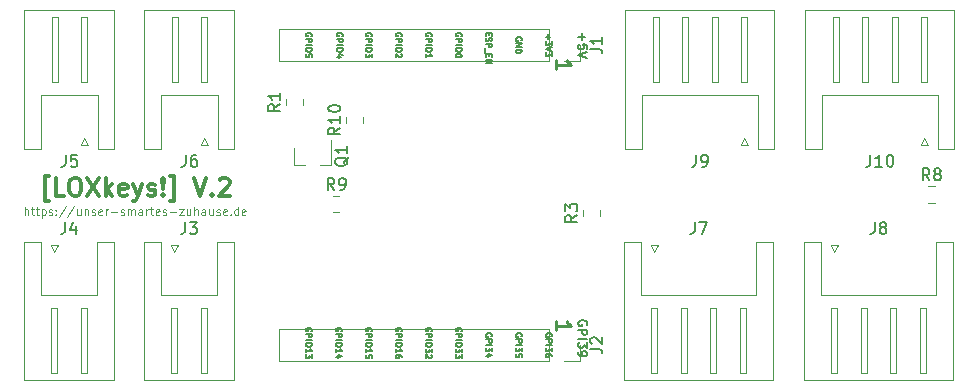
<source format=gbr>
G04 #@! TF.GenerationSoftware,KiCad,Pcbnew,(5.1.5)-3*
G04 #@! TF.CreationDate,2020-02-22T21:26:02+01:00*
G04 #@! TF.ProjectId,SchluesselbrettV2,5363686c-7565-4737-9365-6c6272657474,rev?*
G04 #@! TF.SameCoordinates,Original*
G04 #@! TF.FileFunction,Legend,Top*
G04 #@! TF.FilePolarity,Positive*
%FSLAX46Y46*%
G04 Gerber Fmt 4.6, Leading zero omitted, Abs format (unit mm)*
G04 Created by KiCad (PCBNEW (5.1.5)-3) date 2020-02-22 21:26:02*
%MOMM*%
%LPD*%
G04 APERTURE LIST*
%ADD10C,0.125000*%
%ADD11C,0.300000*%
%ADD12C,0.127000*%
%ADD13C,0.190500*%
%ADD14C,0.254000*%
%ADD15C,0.120000*%
%ADD16C,0.150000*%
G04 APERTURE END LIST*
D10*
X88939266Y-76618266D02*
X88939266Y-75918266D01*
X89239266Y-76618266D02*
X89239266Y-76251600D01*
X89205933Y-76184933D01*
X89139266Y-76151600D01*
X89039266Y-76151600D01*
X88972600Y-76184933D01*
X88939266Y-76218266D01*
X89472600Y-76151600D02*
X89739266Y-76151600D01*
X89572600Y-75918266D02*
X89572600Y-76518266D01*
X89605933Y-76584933D01*
X89672600Y-76618266D01*
X89739266Y-76618266D01*
X89872600Y-76151600D02*
X90139266Y-76151600D01*
X89972600Y-75918266D02*
X89972600Y-76518266D01*
X90005933Y-76584933D01*
X90072600Y-76618266D01*
X90139266Y-76618266D01*
X90372600Y-76151600D02*
X90372600Y-76851600D01*
X90372600Y-76184933D02*
X90439266Y-76151600D01*
X90572600Y-76151600D01*
X90639266Y-76184933D01*
X90672600Y-76218266D01*
X90705933Y-76284933D01*
X90705933Y-76484933D01*
X90672600Y-76551600D01*
X90639266Y-76584933D01*
X90572600Y-76618266D01*
X90439266Y-76618266D01*
X90372600Y-76584933D01*
X90972600Y-76584933D02*
X91039266Y-76618266D01*
X91172600Y-76618266D01*
X91239266Y-76584933D01*
X91272600Y-76518266D01*
X91272600Y-76484933D01*
X91239266Y-76418266D01*
X91172600Y-76384933D01*
X91072600Y-76384933D01*
X91005933Y-76351600D01*
X90972600Y-76284933D01*
X90972600Y-76251600D01*
X91005933Y-76184933D01*
X91072600Y-76151600D01*
X91172600Y-76151600D01*
X91239266Y-76184933D01*
X91572600Y-76551600D02*
X91605933Y-76584933D01*
X91572600Y-76618266D01*
X91539266Y-76584933D01*
X91572600Y-76551600D01*
X91572600Y-76618266D01*
X91572600Y-76184933D02*
X91605933Y-76218266D01*
X91572600Y-76251600D01*
X91539266Y-76218266D01*
X91572600Y-76184933D01*
X91572600Y-76251600D01*
X92405933Y-75884933D02*
X91805933Y-76784933D01*
X93139266Y-75884933D02*
X92539266Y-76784933D01*
X93672600Y-76151600D02*
X93672600Y-76618266D01*
X93372600Y-76151600D02*
X93372600Y-76518266D01*
X93405933Y-76584933D01*
X93472600Y-76618266D01*
X93572600Y-76618266D01*
X93639266Y-76584933D01*
X93672600Y-76551600D01*
X94005933Y-76151600D02*
X94005933Y-76618266D01*
X94005933Y-76218266D02*
X94039266Y-76184933D01*
X94105933Y-76151600D01*
X94205933Y-76151600D01*
X94272600Y-76184933D01*
X94305933Y-76251600D01*
X94305933Y-76618266D01*
X94605933Y-76584933D02*
X94672600Y-76618266D01*
X94805933Y-76618266D01*
X94872600Y-76584933D01*
X94905933Y-76518266D01*
X94905933Y-76484933D01*
X94872600Y-76418266D01*
X94805933Y-76384933D01*
X94705933Y-76384933D01*
X94639266Y-76351600D01*
X94605933Y-76284933D01*
X94605933Y-76251600D01*
X94639266Y-76184933D01*
X94705933Y-76151600D01*
X94805933Y-76151600D01*
X94872600Y-76184933D01*
X95472600Y-76584933D02*
X95405933Y-76618266D01*
X95272600Y-76618266D01*
X95205933Y-76584933D01*
X95172600Y-76518266D01*
X95172600Y-76251600D01*
X95205933Y-76184933D01*
X95272600Y-76151600D01*
X95405933Y-76151600D01*
X95472600Y-76184933D01*
X95505933Y-76251600D01*
X95505933Y-76318266D01*
X95172600Y-76384933D01*
X95805933Y-76618266D02*
X95805933Y-76151600D01*
X95805933Y-76284933D02*
X95839266Y-76218266D01*
X95872600Y-76184933D01*
X95939266Y-76151600D01*
X96005933Y-76151600D01*
X96239266Y-76351600D02*
X96772600Y-76351600D01*
X97072600Y-76584933D02*
X97139266Y-76618266D01*
X97272600Y-76618266D01*
X97339266Y-76584933D01*
X97372600Y-76518266D01*
X97372600Y-76484933D01*
X97339266Y-76418266D01*
X97272600Y-76384933D01*
X97172600Y-76384933D01*
X97105933Y-76351600D01*
X97072600Y-76284933D01*
X97072600Y-76251600D01*
X97105933Y-76184933D01*
X97172600Y-76151600D01*
X97272600Y-76151600D01*
X97339266Y-76184933D01*
X97672600Y-76618266D02*
X97672600Y-76151600D01*
X97672600Y-76218266D02*
X97705933Y-76184933D01*
X97772600Y-76151600D01*
X97872600Y-76151600D01*
X97939266Y-76184933D01*
X97972600Y-76251600D01*
X97972600Y-76618266D01*
X97972600Y-76251600D02*
X98005933Y-76184933D01*
X98072600Y-76151600D01*
X98172600Y-76151600D01*
X98239266Y-76184933D01*
X98272600Y-76251600D01*
X98272600Y-76618266D01*
X98905933Y-76618266D02*
X98905933Y-76251600D01*
X98872600Y-76184933D01*
X98805933Y-76151600D01*
X98672600Y-76151600D01*
X98605933Y-76184933D01*
X98905933Y-76584933D02*
X98839266Y-76618266D01*
X98672600Y-76618266D01*
X98605933Y-76584933D01*
X98572600Y-76518266D01*
X98572600Y-76451600D01*
X98605933Y-76384933D01*
X98672600Y-76351600D01*
X98839266Y-76351600D01*
X98905933Y-76318266D01*
X99239266Y-76618266D02*
X99239266Y-76151600D01*
X99239266Y-76284933D02*
X99272600Y-76218266D01*
X99305933Y-76184933D01*
X99372600Y-76151600D01*
X99439266Y-76151600D01*
X99572600Y-76151600D02*
X99839266Y-76151600D01*
X99672600Y-75918266D02*
X99672600Y-76518266D01*
X99705933Y-76584933D01*
X99772600Y-76618266D01*
X99839266Y-76618266D01*
X100339266Y-76584933D02*
X100272600Y-76618266D01*
X100139266Y-76618266D01*
X100072600Y-76584933D01*
X100039266Y-76518266D01*
X100039266Y-76251600D01*
X100072600Y-76184933D01*
X100139266Y-76151600D01*
X100272600Y-76151600D01*
X100339266Y-76184933D01*
X100372600Y-76251600D01*
X100372600Y-76318266D01*
X100039266Y-76384933D01*
X100639266Y-76584933D02*
X100705933Y-76618266D01*
X100839266Y-76618266D01*
X100905933Y-76584933D01*
X100939266Y-76518266D01*
X100939266Y-76484933D01*
X100905933Y-76418266D01*
X100839266Y-76384933D01*
X100739266Y-76384933D01*
X100672600Y-76351600D01*
X100639266Y-76284933D01*
X100639266Y-76251600D01*
X100672600Y-76184933D01*
X100739266Y-76151600D01*
X100839266Y-76151600D01*
X100905933Y-76184933D01*
X101239266Y-76351600D02*
X101772600Y-76351600D01*
X102039266Y-76151600D02*
X102405933Y-76151600D01*
X102039266Y-76618266D01*
X102405933Y-76618266D01*
X102972600Y-76151600D02*
X102972600Y-76618266D01*
X102672600Y-76151600D02*
X102672600Y-76518266D01*
X102705933Y-76584933D01*
X102772600Y-76618266D01*
X102872600Y-76618266D01*
X102939266Y-76584933D01*
X102972600Y-76551600D01*
X103305933Y-76618266D02*
X103305933Y-75918266D01*
X103605933Y-76618266D02*
X103605933Y-76251600D01*
X103572600Y-76184933D01*
X103505933Y-76151600D01*
X103405933Y-76151600D01*
X103339266Y-76184933D01*
X103305933Y-76218266D01*
X104239266Y-76618266D02*
X104239266Y-76251600D01*
X104205933Y-76184933D01*
X104139266Y-76151600D01*
X104005933Y-76151600D01*
X103939266Y-76184933D01*
X104239266Y-76584933D02*
X104172600Y-76618266D01*
X104005933Y-76618266D01*
X103939266Y-76584933D01*
X103905933Y-76518266D01*
X103905933Y-76451600D01*
X103939266Y-76384933D01*
X104005933Y-76351600D01*
X104172600Y-76351600D01*
X104239266Y-76318266D01*
X104872600Y-76151600D02*
X104872600Y-76618266D01*
X104572600Y-76151600D02*
X104572600Y-76518266D01*
X104605933Y-76584933D01*
X104672600Y-76618266D01*
X104772600Y-76618266D01*
X104839266Y-76584933D01*
X104872600Y-76551600D01*
X105172600Y-76584933D02*
X105239266Y-76618266D01*
X105372600Y-76618266D01*
X105439266Y-76584933D01*
X105472600Y-76518266D01*
X105472600Y-76484933D01*
X105439266Y-76418266D01*
X105372600Y-76384933D01*
X105272600Y-76384933D01*
X105205933Y-76351600D01*
X105172600Y-76284933D01*
X105172600Y-76251600D01*
X105205933Y-76184933D01*
X105272600Y-76151600D01*
X105372600Y-76151600D01*
X105439266Y-76184933D01*
X106039266Y-76584933D02*
X105972600Y-76618266D01*
X105839266Y-76618266D01*
X105772600Y-76584933D01*
X105739266Y-76518266D01*
X105739266Y-76251600D01*
X105772600Y-76184933D01*
X105839266Y-76151600D01*
X105972600Y-76151600D01*
X106039266Y-76184933D01*
X106072600Y-76251600D01*
X106072600Y-76318266D01*
X105739266Y-76384933D01*
X106372600Y-76551600D02*
X106405933Y-76584933D01*
X106372600Y-76618266D01*
X106339266Y-76584933D01*
X106372600Y-76551600D01*
X106372600Y-76618266D01*
X107005933Y-76618266D02*
X107005933Y-75918266D01*
X107005933Y-76584933D02*
X106939266Y-76618266D01*
X106805933Y-76618266D01*
X106739266Y-76584933D01*
X106705933Y-76551600D01*
X106672600Y-76484933D01*
X106672600Y-76284933D01*
X106705933Y-76218266D01*
X106739266Y-76184933D01*
X106805933Y-76151600D01*
X106939266Y-76151600D01*
X107005933Y-76184933D01*
X107605933Y-76584933D02*
X107539266Y-76618266D01*
X107405933Y-76618266D01*
X107339266Y-76584933D01*
X107305933Y-76518266D01*
X107305933Y-76251600D01*
X107339266Y-76184933D01*
X107405933Y-76151600D01*
X107539266Y-76151600D01*
X107605933Y-76184933D01*
X107639266Y-76251600D01*
X107639266Y-76318266D01*
X107305933Y-76384933D01*
D11*
X91006742Y-75473571D02*
X90649600Y-75473571D01*
X90649600Y-73330714D01*
X91006742Y-73330714D01*
X92292457Y-74973571D02*
X91578171Y-74973571D01*
X91578171Y-73473571D01*
X93078171Y-73473571D02*
X93363885Y-73473571D01*
X93506742Y-73545000D01*
X93649600Y-73687857D01*
X93721028Y-73973571D01*
X93721028Y-74473571D01*
X93649600Y-74759285D01*
X93506742Y-74902142D01*
X93363885Y-74973571D01*
X93078171Y-74973571D01*
X92935314Y-74902142D01*
X92792457Y-74759285D01*
X92721028Y-74473571D01*
X92721028Y-73973571D01*
X92792457Y-73687857D01*
X92935314Y-73545000D01*
X93078171Y-73473571D01*
X94221028Y-73473571D02*
X95221028Y-74973571D01*
X95221028Y-73473571D02*
X94221028Y-74973571D01*
X95792457Y-74973571D02*
X95792457Y-73473571D01*
X95935314Y-74402142D02*
X96363885Y-74973571D01*
X96363885Y-73973571D02*
X95792457Y-74545000D01*
X97578171Y-74902142D02*
X97435314Y-74973571D01*
X97149600Y-74973571D01*
X97006742Y-74902142D01*
X96935314Y-74759285D01*
X96935314Y-74187857D01*
X97006742Y-74045000D01*
X97149600Y-73973571D01*
X97435314Y-73973571D01*
X97578171Y-74045000D01*
X97649600Y-74187857D01*
X97649600Y-74330714D01*
X96935314Y-74473571D01*
X98149600Y-73973571D02*
X98506742Y-74973571D01*
X98863885Y-73973571D02*
X98506742Y-74973571D01*
X98363885Y-75330714D01*
X98292457Y-75402142D01*
X98149600Y-75473571D01*
X99363885Y-74902142D02*
X99506742Y-74973571D01*
X99792457Y-74973571D01*
X99935314Y-74902142D01*
X100006742Y-74759285D01*
X100006742Y-74687857D01*
X99935314Y-74545000D01*
X99792457Y-74473571D01*
X99578171Y-74473571D01*
X99435314Y-74402142D01*
X99363885Y-74259285D01*
X99363885Y-74187857D01*
X99435314Y-74045000D01*
X99578171Y-73973571D01*
X99792457Y-73973571D01*
X99935314Y-74045000D01*
X100649600Y-74830714D02*
X100721028Y-74902142D01*
X100649600Y-74973571D01*
X100578171Y-74902142D01*
X100649600Y-74830714D01*
X100649600Y-74973571D01*
X100649600Y-74402142D02*
X100578171Y-73545000D01*
X100649600Y-73473571D01*
X100721028Y-73545000D01*
X100649600Y-74402142D01*
X100649600Y-73473571D01*
X101221028Y-75473571D02*
X101578171Y-75473571D01*
X101578171Y-73330714D01*
X101221028Y-73330714D01*
X103292457Y-73473571D02*
X103792457Y-74973571D01*
X104292457Y-73473571D01*
X104792457Y-74830714D02*
X104863885Y-74902142D01*
X104792457Y-74973571D01*
X104721028Y-74902142D01*
X104792457Y-74830714D01*
X104792457Y-74973571D01*
X105435314Y-73616428D02*
X105506742Y-73545000D01*
X105649600Y-73473571D01*
X106006742Y-73473571D01*
X106149600Y-73545000D01*
X106221028Y-73616428D01*
X106292457Y-73759285D01*
X106292457Y-73902142D01*
X106221028Y-74116428D01*
X105363885Y-74973571D01*
X106292457Y-74973571D01*
D12*
X115824000Y-61480095D02*
X115848190Y-61431714D01*
X115848190Y-61359142D01*
X115824000Y-61286571D01*
X115775619Y-61238190D01*
X115727238Y-61214000D01*
X115630476Y-61189809D01*
X115557904Y-61189809D01*
X115461142Y-61214000D01*
X115412761Y-61238190D01*
X115364380Y-61286571D01*
X115340190Y-61359142D01*
X115340190Y-61407523D01*
X115364380Y-61480095D01*
X115388571Y-61504285D01*
X115557904Y-61504285D01*
X115557904Y-61407523D01*
X115340190Y-61722000D02*
X115848190Y-61722000D01*
X115848190Y-61915523D01*
X115824000Y-61963904D01*
X115799809Y-61988095D01*
X115751428Y-62012285D01*
X115678857Y-62012285D01*
X115630476Y-61988095D01*
X115606285Y-61963904D01*
X115582095Y-61915523D01*
X115582095Y-61722000D01*
X115340190Y-62230000D02*
X115848190Y-62230000D01*
X115848190Y-62568666D02*
X115848190Y-62665428D01*
X115824000Y-62713809D01*
X115775619Y-62762190D01*
X115678857Y-62786380D01*
X115509523Y-62786380D01*
X115412761Y-62762190D01*
X115364380Y-62713809D01*
X115340190Y-62665428D01*
X115340190Y-62568666D01*
X115364380Y-62520285D01*
X115412761Y-62471904D01*
X115509523Y-62447714D01*
X115678857Y-62447714D01*
X115775619Y-62471904D01*
X115824000Y-62520285D01*
X115848190Y-62568666D01*
X115678857Y-63221809D02*
X115340190Y-63221809D01*
X115872380Y-63100857D02*
X115509523Y-62979904D01*
X115509523Y-63294380D01*
X133250214Y-61334952D02*
X133250214Y-61722000D01*
X133056690Y-61528476D02*
X133443738Y-61528476D01*
X133564690Y-61915523D02*
X133564690Y-62230000D01*
X133371166Y-62060666D01*
X133371166Y-62133238D01*
X133346976Y-62181619D01*
X133322785Y-62205809D01*
X133274404Y-62230000D01*
X133153452Y-62230000D01*
X133105071Y-62205809D01*
X133080880Y-62181619D01*
X133056690Y-62133238D01*
X133056690Y-61988095D01*
X133080880Y-61939714D01*
X133105071Y-61915523D01*
X133564690Y-62375142D02*
X133056690Y-62544476D01*
X133564690Y-62713809D01*
X133564690Y-62834761D02*
X133564690Y-63149238D01*
X133371166Y-62979904D01*
X133371166Y-63052476D01*
X133346976Y-63100857D01*
X133322785Y-63125047D01*
X133274404Y-63149238D01*
X133153452Y-63149238D01*
X133105071Y-63125047D01*
X133080880Y-63100857D01*
X133056690Y-63052476D01*
X133056690Y-62907333D01*
X133080880Y-62858952D01*
X133105071Y-62834761D01*
X131000500Y-61842952D02*
X131024690Y-61794571D01*
X131024690Y-61722000D01*
X131000500Y-61649428D01*
X130952119Y-61601047D01*
X130903738Y-61576857D01*
X130806976Y-61552666D01*
X130734404Y-61552666D01*
X130637642Y-61576857D01*
X130589261Y-61601047D01*
X130540880Y-61649428D01*
X130516690Y-61722000D01*
X130516690Y-61770380D01*
X130540880Y-61842952D01*
X130565071Y-61867142D01*
X130734404Y-61867142D01*
X130734404Y-61770380D01*
X130516690Y-62084857D02*
X131024690Y-62084857D01*
X130516690Y-62375142D01*
X131024690Y-62375142D01*
X130516690Y-62617047D02*
X131024690Y-62617047D01*
X131024690Y-62738000D01*
X131000500Y-62810571D01*
X130952119Y-62858952D01*
X130903738Y-62883142D01*
X130806976Y-62907333D01*
X130734404Y-62907333D01*
X130637642Y-62883142D01*
X130589261Y-62858952D01*
X130540880Y-62810571D01*
X130516690Y-62738000D01*
X130516690Y-62617047D01*
D13*
X136089571Y-61250285D02*
X136089571Y-61830857D01*
X135799285Y-61540571D02*
X136379857Y-61540571D01*
X136561285Y-62556571D02*
X136561285Y-62193714D01*
X136198428Y-62157428D01*
X136234714Y-62193714D01*
X136271000Y-62266285D01*
X136271000Y-62447714D01*
X136234714Y-62520285D01*
X136198428Y-62556571D01*
X136125857Y-62592857D01*
X135944428Y-62592857D01*
X135871857Y-62556571D01*
X135835571Y-62520285D01*
X135799285Y-62447714D01*
X135799285Y-62266285D01*
X135835571Y-62193714D01*
X135871857Y-62157428D01*
X136561285Y-62810571D02*
X135799285Y-63064571D01*
X136561285Y-63318571D01*
D12*
X120840500Y-61480095D02*
X120864690Y-61431714D01*
X120864690Y-61359142D01*
X120840500Y-61286571D01*
X120792119Y-61238190D01*
X120743738Y-61214000D01*
X120646976Y-61189809D01*
X120574404Y-61189809D01*
X120477642Y-61214000D01*
X120429261Y-61238190D01*
X120380880Y-61286571D01*
X120356690Y-61359142D01*
X120356690Y-61407523D01*
X120380880Y-61480095D01*
X120405071Y-61504285D01*
X120574404Y-61504285D01*
X120574404Y-61407523D01*
X120356690Y-61722000D02*
X120864690Y-61722000D01*
X120864690Y-61915523D01*
X120840500Y-61963904D01*
X120816309Y-61988095D01*
X120767928Y-62012285D01*
X120695357Y-62012285D01*
X120646976Y-61988095D01*
X120622785Y-61963904D01*
X120598595Y-61915523D01*
X120598595Y-61722000D01*
X120356690Y-62230000D02*
X120864690Y-62230000D01*
X120864690Y-62568666D02*
X120864690Y-62665428D01*
X120840500Y-62713809D01*
X120792119Y-62762190D01*
X120695357Y-62786380D01*
X120526023Y-62786380D01*
X120429261Y-62762190D01*
X120380880Y-62713809D01*
X120356690Y-62665428D01*
X120356690Y-62568666D01*
X120380880Y-62520285D01*
X120429261Y-62471904D01*
X120526023Y-62447714D01*
X120695357Y-62447714D01*
X120792119Y-62471904D01*
X120840500Y-62520285D01*
X120864690Y-62568666D01*
X120816309Y-62979904D02*
X120840500Y-63004095D01*
X120864690Y-63052476D01*
X120864690Y-63173428D01*
X120840500Y-63221809D01*
X120816309Y-63246000D01*
X120767928Y-63270190D01*
X120719547Y-63270190D01*
X120646976Y-63246000D01*
X120356690Y-62955714D01*
X120356690Y-63270190D01*
X123380500Y-61480095D02*
X123404690Y-61431714D01*
X123404690Y-61359142D01*
X123380500Y-61286571D01*
X123332119Y-61238190D01*
X123283738Y-61214000D01*
X123186976Y-61189809D01*
X123114404Y-61189809D01*
X123017642Y-61214000D01*
X122969261Y-61238190D01*
X122920880Y-61286571D01*
X122896690Y-61359142D01*
X122896690Y-61407523D01*
X122920880Y-61480095D01*
X122945071Y-61504285D01*
X123114404Y-61504285D01*
X123114404Y-61407523D01*
X122896690Y-61722000D02*
X123404690Y-61722000D01*
X123404690Y-61915523D01*
X123380500Y-61963904D01*
X123356309Y-61988095D01*
X123307928Y-62012285D01*
X123235357Y-62012285D01*
X123186976Y-61988095D01*
X123162785Y-61963904D01*
X123138595Y-61915523D01*
X123138595Y-61722000D01*
X122896690Y-62230000D02*
X123404690Y-62230000D01*
X123404690Y-62568666D02*
X123404690Y-62665428D01*
X123380500Y-62713809D01*
X123332119Y-62762190D01*
X123235357Y-62786380D01*
X123066023Y-62786380D01*
X122969261Y-62762190D01*
X122920880Y-62713809D01*
X122896690Y-62665428D01*
X122896690Y-62568666D01*
X122920880Y-62520285D01*
X122969261Y-62471904D01*
X123066023Y-62447714D01*
X123235357Y-62447714D01*
X123332119Y-62471904D01*
X123380500Y-62520285D01*
X123404690Y-62568666D01*
X122896690Y-63270190D02*
X122896690Y-62979904D01*
X122896690Y-63125047D02*
X123404690Y-63125047D01*
X123332119Y-63076666D01*
X123283738Y-63028285D01*
X123259547Y-62979904D01*
X118300500Y-61480095D02*
X118324690Y-61431714D01*
X118324690Y-61359142D01*
X118300500Y-61286571D01*
X118252119Y-61238190D01*
X118203738Y-61214000D01*
X118106976Y-61189809D01*
X118034404Y-61189809D01*
X117937642Y-61214000D01*
X117889261Y-61238190D01*
X117840880Y-61286571D01*
X117816690Y-61359142D01*
X117816690Y-61407523D01*
X117840880Y-61480095D01*
X117865071Y-61504285D01*
X118034404Y-61504285D01*
X118034404Y-61407523D01*
X117816690Y-61722000D02*
X118324690Y-61722000D01*
X118324690Y-61915523D01*
X118300500Y-61963904D01*
X118276309Y-61988095D01*
X118227928Y-62012285D01*
X118155357Y-62012285D01*
X118106976Y-61988095D01*
X118082785Y-61963904D01*
X118058595Y-61915523D01*
X118058595Y-61722000D01*
X117816690Y-62230000D02*
X118324690Y-62230000D01*
X118324690Y-62568666D02*
X118324690Y-62665428D01*
X118300500Y-62713809D01*
X118252119Y-62762190D01*
X118155357Y-62786380D01*
X117986023Y-62786380D01*
X117889261Y-62762190D01*
X117840880Y-62713809D01*
X117816690Y-62665428D01*
X117816690Y-62568666D01*
X117840880Y-62520285D01*
X117889261Y-62471904D01*
X117986023Y-62447714D01*
X118155357Y-62447714D01*
X118252119Y-62471904D01*
X118300500Y-62520285D01*
X118324690Y-62568666D01*
X118324690Y-62955714D02*
X118324690Y-63270190D01*
X118131166Y-63100857D01*
X118131166Y-63173428D01*
X118106976Y-63221809D01*
X118082785Y-63246000D01*
X118034404Y-63270190D01*
X117913452Y-63270190D01*
X117865071Y-63246000D01*
X117840880Y-63221809D01*
X117816690Y-63173428D01*
X117816690Y-63028285D01*
X117840880Y-62979904D01*
X117865071Y-62955714D01*
D14*
X133918476Y-64243857D02*
X133918476Y-63518142D01*
X133918476Y-63881000D02*
X135188476Y-63881000D01*
X135007047Y-63760047D01*
X134886095Y-63639095D01*
X134825619Y-63518142D01*
D12*
X125920500Y-61480095D02*
X125944690Y-61431714D01*
X125944690Y-61359142D01*
X125920500Y-61286571D01*
X125872119Y-61238190D01*
X125823738Y-61214000D01*
X125726976Y-61189809D01*
X125654404Y-61189809D01*
X125557642Y-61214000D01*
X125509261Y-61238190D01*
X125460880Y-61286571D01*
X125436690Y-61359142D01*
X125436690Y-61407523D01*
X125460880Y-61480095D01*
X125485071Y-61504285D01*
X125654404Y-61504285D01*
X125654404Y-61407523D01*
X125436690Y-61722000D02*
X125944690Y-61722000D01*
X125944690Y-61915523D01*
X125920500Y-61963904D01*
X125896309Y-61988095D01*
X125847928Y-62012285D01*
X125775357Y-62012285D01*
X125726976Y-61988095D01*
X125702785Y-61963904D01*
X125678595Y-61915523D01*
X125678595Y-61722000D01*
X125436690Y-62230000D02*
X125944690Y-62230000D01*
X125944690Y-62568666D02*
X125944690Y-62665428D01*
X125920500Y-62713809D01*
X125872119Y-62762190D01*
X125775357Y-62786380D01*
X125606023Y-62786380D01*
X125509261Y-62762190D01*
X125460880Y-62713809D01*
X125436690Y-62665428D01*
X125436690Y-62568666D01*
X125460880Y-62520285D01*
X125509261Y-62471904D01*
X125606023Y-62447714D01*
X125775357Y-62447714D01*
X125872119Y-62471904D01*
X125920500Y-62520285D01*
X125944690Y-62568666D01*
X125944690Y-63100857D02*
X125944690Y-63149238D01*
X125920500Y-63197619D01*
X125896309Y-63221809D01*
X125847928Y-63246000D01*
X125751166Y-63270190D01*
X125630214Y-63270190D01*
X125533452Y-63246000D01*
X125485071Y-63221809D01*
X125460880Y-63197619D01*
X125436690Y-63149238D01*
X125436690Y-63100857D01*
X125460880Y-63052476D01*
X125485071Y-63028285D01*
X125533452Y-63004095D01*
X125630214Y-62979904D01*
X125751166Y-62979904D01*
X125847928Y-63004095D01*
X125896309Y-63028285D01*
X125920500Y-63052476D01*
X125944690Y-63100857D01*
X113220500Y-61480095D02*
X113244690Y-61431714D01*
X113244690Y-61359142D01*
X113220500Y-61286571D01*
X113172119Y-61238190D01*
X113123738Y-61214000D01*
X113026976Y-61189809D01*
X112954404Y-61189809D01*
X112857642Y-61214000D01*
X112809261Y-61238190D01*
X112760880Y-61286571D01*
X112736690Y-61359142D01*
X112736690Y-61407523D01*
X112760880Y-61480095D01*
X112785071Y-61504285D01*
X112954404Y-61504285D01*
X112954404Y-61407523D01*
X112736690Y-61722000D02*
X113244690Y-61722000D01*
X113244690Y-61915523D01*
X113220500Y-61963904D01*
X113196309Y-61988095D01*
X113147928Y-62012285D01*
X113075357Y-62012285D01*
X113026976Y-61988095D01*
X113002785Y-61963904D01*
X112978595Y-61915523D01*
X112978595Y-61722000D01*
X112736690Y-62230000D02*
X113244690Y-62230000D01*
X113244690Y-62568666D02*
X113244690Y-62665428D01*
X113220500Y-62713809D01*
X113172119Y-62762190D01*
X113075357Y-62786380D01*
X112906023Y-62786380D01*
X112809261Y-62762190D01*
X112760880Y-62713809D01*
X112736690Y-62665428D01*
X112736690Y-62568666D01*
X112760880Y-62520285D01*
X112809261Y-62471904D01*
X112906023Y-62447714D01*
X113075357Y-62447714D01*
X113172119Y-62471904D01*
X113220500Y-62520285D01*
X113244690Y-62568666D01*
X113244690Y-63246000D02*
X113244690Y-63004095D01*
X113002785Y-62979904D01*
X113026976Y-63004095D01*
X113051166Y-63052476D01*
X113051166Y-63173428D01*
X113026976Y-63221809D01*
X113002785Y-63246000D01*
X112954404Y-63270190D01*
X112833452Y-63270190D01*
X112785071Y-63246000D01*
X112760880Y-63221809D01*
X112736690Y-63173428D01*
X112736690Y-63052476D01*
X112760880Y-63004095D01*
X112785071Y-62979904D01*
X128242785Y-61189809D02*
X128242785Y-61359142D01*
X127976690Y-61431714D02*
X127976690Y-61189809D01*
X128484690Y-61189809D01*
X128484690Y-61431714D01*
X128000880Y-61625238D02*
X127976690Y-61697809D01*
X127976690Y-61818761D01*
X128000880Y-61867142D01*
X128025071Y-61891333D01*
X128073452Y-61915523D01*
X128121833Y-61915523D01*
X128170214Y-61891333D01*
X128194404Y-61867142D01*
X128218595Y-61818761D01*
X128242785Y-61722000D01*
X128266976Y-61673619D01*
X128291166Y-61649428D01*
X128339547Y-61625238D01*
X128387928Y-61625238D01*
X128436309Y-61649428D01*
X128460500Y-61673619D01*
X128484690Y-61722000D01*
X128484690Y-61842952D01*
X128460500Y-61915523D01*
X127976690Y-62133238D02*
X128484690Y-62133238D01*
X128484690Y-62326761D01*
X128460500Y-62375142D01*
X128436309Y-62399333D01*
X128387928Y-62423523D01*
X128315357Y-62423523D01*
X128266976Y-62399333D01*
X128242785Y-62375142D01*
X128218595Y-62326761D01*
X128218595Y-62133238D01*
X127928309Y-62520285D02*
X127928309Y-62907333D01*
X128242785Y-63028285D02*
X128242785Y-63197619D01*
X127976690Y-63270190D02*
X127976690Y-63028285D01*
X128484690Y-63028285D01*
X128484690Y-63270190D01*
X127976690Y-63487904D02*
X128484690Y-63487904D01*
X127976690Y-63778190D01*
X128484690Y-63778190D01*
X133540500Y-86904285D02*
X133564690Y-86855904D01*
X133564690Y-86783333D01*
X133540500Y-86710761D01*
X133492119Y-86662380D01*
X133443738Y-86638190D01*
X133346976Y-86614000D01*
X133274404Y-86614000D01*
X133177642Y-86638190D01*
X133129261Y-86662380D01*
X133080880Y-86710761D01*
X133056690Y-86783333D01*
X133056690Y-86831714D01*
X133080880Y-86904285D01*
X133105071Y-86928476D01*
X133274404Y-86928476D01*
X133274404Y-86831714D01*
X133056690Y-87146190D02*
X133564690Y-87146190D01*
X133564690Y-87339714D01*
X133540500Y-87388095D01*
X133516309Y-87412285D01*
X133467928Y-87436476D01*
X133395357Y-87436476D01*
X133346976Y-87412285D01*
X133322785Y-87388095D01*
X133298595Y-87339714D01*
X133298595Y-87146190D01*
X133056690Y-87654190D02*
X133564690Y-87654190D01*
X133564690Y-87847714D02*
X133564690Y-88162190D01*
X133371166Y-87992857D01*
X133371166Y-88065428D01*
X133346976Y-88113809D01*
X133322785Y-88138000D01*
X133274404Y-88162190D01*
X133153452Y-88162190D01*
X133105071Y-88138000D01*
X133080880Y-88113809D01*
X133056690Y-88065428D01*
X133056690Y-87920285D01*
X133080880Y-87871904D01*
X133105071Y-87847714D01*
X133564690Y-88597619D02*
X133564690Y-88500857D01*
X133540500Y-88452476D01*
X133516309Y-88428285D01*
X133443738Y-88379904D01*
X133346976Y-88355714D01*
X133153452Y-88355714D01*
X133105071Y-88379904D01*
X133080880Y-88404095D01*
X133056690Y-88452476D01*
X133056690Y-88549238D01*
X133080880Y-88597619D01*
X133105071Y-88621809D01*
X133153452Y-88646000D01*
X133274404Y-88646000D01*
X133322785Y-88621809D01*
X133346976Y-88597619D01*
X133371166Y-88549238D01*
X133371166Y-88452476D01*
X133346976Y-88404095D01*
X133322785Y-88379904D01*
X133274404Y-88355714D01*
D14*
X133918476Y-86341857D02*
X133918476Y-85616142D01*
X133918476Y-85979000D02*
X135188476Y-85979000D01*
X135007047Y-85858047D01*
X134886095Y-85737095D01*
X134825619Y-85616142D01*
D12*
X128460500Y-86904285D02*
X128484690Y-86855904D01*
X128484690Y-86783333D01*
X128460500Y-86710761D01*
X128412119Y-86662380D01*
X128363738Y-86638190D01*
X128266976Y-86614000D01*
X128194404Y-86614000D01*
X128097642Y-86638190D01*
X128049261Y-86662380D01*
X128000880Y-86710761D01*
X127976690Y-86783333D01*
X127976690Y-86831714D01*
X128000880Y-86904285D01*
X128025071Y-86928476D01*
X128194404Y-86928476D01*
X128194404Y-86831714D01*
X127976690Y-87146190D02*
X128484690Y-87146190D01*
X128484690Y-87339714D01*
X128460500Y-87388095D01*
X128436309Y-87412285D01*
X128387928Y-87436476D01*
X128315357Y-87436476D01*
X128266976Y-87412285D01*
X128242785Y-87388095D01*
X128218595Y-87339714D01*
X128218595Y-87146190D01*
X127976690Y-87654190D02*
X128484690Y-87654190D01*
X128484690Y-87847714D02*
X128484690Y-88162190D01*
X128291166Y-87992857D01*
X128291166Y-88065428D01*
X128266976Y-88113809D01*
X128242785Y-88138000D01*
X128194404Y-88162190D01*
X128073452Y-88162190D01*
X128025071Y-88138000D01*
X128000880Y-88113809D01*
X127976690Y-88065428D01*
X127976690Y-87920285D01*
X128000880Y-87871904D01*
X128025071Y-87847714D01*
X128315357Y-88597619D02*
X127976690Y-88597619D01*
X128508880Y-88476666D02*
X128146023Y-88355714D01*
X128146023Y-88670190D01*
X113220500Y-86447690D02*
X113244690Y-86399309D01*
X113244690Y-86326738D01*
X113220500Y-86254166D01*
X113172119Y-86205785D01*
X113123738Y-86181595D01*
X113026976Y-86157404D01*
X112954404Y-86157404D01*
X112857642Y-86181595D01*
X112809261Y-86205785D01*
X112760880Y-86254166D01*
X112736690Y-86326738D01*
X112736690Y-86375119D01*
X112760880Y-86447690D01*
X112785071Y-86471880D01*
X112954404Y-86471880D01*
X112954404Y-86375119D01*
X112736690Y-86689595D02*
X113244690Y-86689595D01*
X113244690Y-86883119D01*
X113220500Y-86931500D01*
X113196309Y-86955690D01*
X113147928Y-86979880D01*
X113075357Y-86979880D01*
X113026976Y-86955690D01*
X113002785Y-86931500D01*
X112978595Y-86883119D01*
X112978595Y-86689595D01*
X112736690Y-87197595D02*
X113244690Y-87197595D01*
X113244690Y-87536261D02*
X113244690Y-87633023D01*
X113220500Y-87681404D01*
X113172119Y-87729785D01*
X113075357Y-87753976D01*
X112906023Y-87753976D01*
X112809261Y-87729785D01*
X112760880Y-87681404D01*
X112736690Y-87633023D01*
X112736690Y-87536261D01*
X112760880Y-87487880D01*
X112809261Y-87439500D01*
X112906023Y-87415309D01*
X113075357Y-87415309D01*
X113172119Y-87439500D01*
X113220500Y-87487880D01*
X113244690Y-87536261D01*
X112736690Y-88237785D02*
X112736690Y-87947500D01*
X112736690Y-88092642D02*
X113244690Y-88092642D01*
X113172119Y-88044261D01*
X113123738Y-87995880D01*
X113099547Y-87947500D01*
X113244690Y-88407119D02*
X113244690Y-88721595D01*
X113051166Y-88552261D01*
X113051166Y-88624833D01*
X113026976Y-88673214D01*
X113002785Y-88697404D01*
X112954404Y-88721595D01*
X112833452Y-88721595D01*
X112785071Y-88697404D01*
X112760880Y-88673214D01*
X112736690Y-88624833D01*
X112736690Y-88479690D01*
X112760880Y-88431309D01*
X112785071Y-88407119D01*
X120840500Y-86447690D02*
X120864690Y-86399309D01*
X120864690Y-86326738D01*
X120840500Y-86254166D01*
X120792119Y-86205785D01*
X120743738Y-86181595D01*
X120646976Y-86157404D01*
X120574404Y-86157404D01*
X120477642Y-86181595D01*
X120429261Y-86205785D01*
X120380880Y-86254166D01*
X120356690Y-86326738D01*
X120356690Y-86375119D01*
X120380880Y-86447690D01*
X120405071Y-86471880D01*
X120574404Y-86471880D01*
X120574404Y-86375119D01*
X120356690Y-86689595D02*
X120864690Y-86689595D01*
X120864690Y-86883119D01*
X120840500Y-86931500D01*
X120816309Y-86955690D01*
X120767928Y-86979880D01*
X120695357Y-86979880D01*
X120646976Y-86955690D01*
X120622785Y-86931500D01*
X120598595Y-86883119D01*
X120598595Y-86689595D01*
X120356690Y-87197595D02*
X120864690Y-87197595D01*
X120864690Y-87536261D02*
X120864690Y-87633023D01*
X120840500Y-87681404D01*
X120792119Y-87729785D01*
X120695357Y-87753976D01*
X120526023Y-87753976D01*
X120429261Y-87729785D01*
X120380880Y-87681404D01*
X120356690Y-87633023D01*
X120356690Y-87536261D01*
X120380880Y-87487880D01*
X120429261Y-87439500D01*
X120526023Y-87415309D01*
X120695357Y-87415309D01*
X120792119Y-87439500D01*
X120840500Y-87487880D01*
X120864690Y-87536261D01*
X120356690Y-88237785D02*
X120356690Y-87947500D01*
X120356690Y-88092642D02*
X120864690Y-88092642D01*
X120792119Y-88044261D01*
X120743738Y-87995880D01*
X120719547Y-87947500D01*
X120864690Y-88673214D02*
X120864690Y-88576452D01*
X120840500Y-88528071D01*
X120816309Y-88503880D01*
X120743738Y-88455500D01*
X120646976Y-88431309D01*
X120453452Y-88431309D01*
X120405071Y-88455500D01*
X120380880Y-88479690D01*
X120356690Y-88528071D01*
X120356690Y-88624833D01*
X120380880Y-88673214D01*
X120405071Y-88697404D01*
X120453452Y-88721595D01*
X120574404Y-88721595D01*
X120622785Y-88697404D01*
X120646976Y-88673214D01*
X120671166Y-88624833D01*
X120671166Y-88528071D01*
X120646976Y-88479690D01*
X120622785Y-88455500D01*
X120574404Y-88431309D01*
X125920500Y-86447690D02*
X125944690Y-86399309D01*
X125944690Y-86326738D01*
X125920500Y-86254166D01*
X125872119Y-86205785D01*
X125823738Y-86181595D01*
X125726976Y-86157404D01*
X125654404Y-86157404D01*
X125557642Y-86181595D01*
X125509261Y-86205785D01*
X125460880Y-86254166D01*
X125436690Y-86326738D01*
X125436690Y-86375119D01*
X125460880Y-86447690D01*
X125485071Y-86471880D01*
X125654404Y-86471880D01*
X125654404Y-86375119D01*
X125436690Y-86689595D02*
X125944690Y-86689595D01*
X125944690Y-86883119D01*
X125920500Y-86931500D01*
X125896309Y-86955690D01*
X125847928Y-86979880D01*
X125775357Y-86979880D01*
X125726976Y-86955690D01*
X125702785Y-86931500D01*
X125678595Y-86883119D01*
X125678595Y-86689595D01*
X125436690Y-87197595D02*
X125944690Y-87197595D01*
X125944690Y-87536261D02*
X125944690Y-87633023D01*
X125920500Y-87681404D01*
X125872119Y-87729785D01*
X125775357Y-87753976D01*
X125606023Y-87753976D01*
X125509261Y-87729785D01*
X125460880Y-87681404D01*
X125436690Y-87633023D01*
X125436690Y-87536261D01*
X125460880Y-87487880D01*
X125509261Y-87439500D01*
X125606023Y-87415309D01*
X125775357Y-87415309D01*
X125872119Y-87439500D01*
X125920500Y-87487880D01*
X125944690Y-87536261D01*
X125944690Y-87923309D02*
X125944690Y-88237785D01*
X125751166Y-88068452D01*
X125751166Y-88141023D01*
X125726976Y-88189404D01*
X125702785Y-88213595D01*
X125654404Y-88237785D01*
X125533452Y-88237785D01*
X125485071Y-88213595D01*
X125460880Y-88189404D01*
X125436690Y-88141023D01*
X125436690Y-87995880D01*
X125460880Y-87947500D01*
X125485071Y-87923309D01*
X125944690Y-88407119D02*
X125944690Y-88721595D01*
X125751166Y-88552261D01*
X125751166Y-88624833D01*
X125726976Y-88673214D01*
X125702785Y-88697404D01*
X125654404Y-88721595D01*
X125533452Y-88721595D01*
X125485071Y-88697404D01*
X125460880Y-88673214D01*
X125436690Y-88624833D01*
X125436690Y-88479690D01*
X125460880Y-88431309D01*
X125485071Y-88407119D01*
X118300500Y-86447690D02*
X118324690Y-86399309D01*
X118324690Y-86326738D01*
X118300500Y-86254166D01*
X118252119Y-86205785D01*
X118203738Y-86181595D01*
X118106976Y-86157404D01*
X118034404Y-86157404D01*
X117937642Y-86181595D01*
X117889261Y-86205785D01*
X117840880Y-86254166D01*
X117816690Y-86326738D01*
X117816690Y-86375119D01*
X117840880Y-86447690D01*
X117865071Y-86471880D01*
X118034404Y-86471880D01*
X118034404Y-86375119D01*
X117816690Y-86689595D02*
X118324690Y-86689595D01*
X118324690Y-86883119D01*
X118300500Y-86931500D01*
X118276309Y-86955690D01*
X118227928Y-86979880D01*
X118155357Y-86979880D01*
X118106976Y-86955690D01*
X118082785Y-86931500D01*
X118058595Y-86883119D01*
X118058595Y-86689595D01*
X117816690Y-87197595D02*
X118324690Y-87197595D01*
X118324690Y-87536261D02*
X118324690Y-87633023D01*
X118300500Y-87681404D01*
X118252119Y-87729785D01*
X118155357Y-87753976D01*
X117986023Y-87753976D01*
X117889261Y-87729785D01*
X117840880Y-87681404D01*
X117816690Y-87633023D01*
X117816690Y-87536261D01*
X117840880Y-87487880D01*
X117889261Y-87439500D01*
X117986023Y-87415309D01*
X118155357Y-87415309D01*
X118252119Y-87439500D01*
X118300500Y-87487880D01*
X118324690Y-87536261D01*
X117816690Y-88237785D02*
X117816690Y-87947500D01*
X117816690Y-88092642D02*
X118324690Y-88092642D01*
X118252119Y-88044261D01*
X118203738Y-87995880D01*
X118179547Y-87947500D01*
X118324690Y-88697404D02*
X118324690Y-88455500D01*
X118082785Y-88431309D01*
X118106976Y-88455500D01*
X118131166Y-88503880D01*
X118131166Y-88624833D01*
X118106976Y-88673214D01*
X118082785Y-88697404D01*
X118034404Y-88721595D01*
X117913452Y-88721595D01*
X117865071Y-88697404D01*
X117840880Y-88673214D01*
X117816690Y-88624833D01*
X117816690Y-88503880D01*
X117840880Y-88455500D01*
X117865071Y-88431309D01*
X115760500Y-86447690D02*
X115784690Y-86399309D01*
X115784690Y-86326738D01*
X115760500Y-86254166D01*
X115712119Y-86205785D01*
X115663738Y-86181595D01*
X115566976Y-86157404D01*
X115494404Y-86157404D01*
X115397642Y-86181595D01*
X115349261Y-86205785D01*
X115300880Y-86254166D01*
X115276690Y-86326738D01*
X115276690Y-86375119D01*
X115300880Y-86447690D01*
X115325071Y-86471880D01*
X115494404Y-86471880D01*
X115494404Y-86375119D01*
X115276690Y-86689595D02*
X115784690Y-86689595D01*
X115784690Y-86883119D01*
X115760500Y-86931500D01*
X115736309Y-86955690D01*
X115687928Y-86979880D01*
X115615357Y-86979880D01*
X115566976Y-86955690D01*
X115542785Y-86931500D01*
X115518595Y-86883119D01*
X115518595Y-86689595D01*
X115276690Y-87197595D02*
X115784690Y-87197595D01*
X115784690Y-87536261D02*
X115784690Y-87633023D01*
X115760500Y-87681404D01*
X115712119Y-87729785D01*
X115615357Y-87753976D01*
X115446023Y-87753976D01*
X115349261Y-87729785D01*
X115300880Y-87681404D01*
X115276690Y-87633023D01*
X115276690Y-87536261D01*
X115300880Y-87487880D01*
X115349261Y-87439500D01*
X115446023Y-87415309D01*
X115615357Y-87415309D01*
X115712119Y-87439500D01*
X115760500Y-87487880D01*
X115784690Y-87536261D01*
X115276690Y-88237785D02*
X115276690Y-87947500D01*
X115276690Y-88092642D02*
X115784690Y-88092642D01*
X115712119Y-88044261D01*
X115663738Y-87995880D01*
X115639547Y-87947500D01*
X115615357Y-88673214D02*
X115276690Y-88673214D01*
X115808880Y-88552261D02*
X115446023Y-88431309D01*
X115446023Y-88745785D01*
X123380500Y-86447690D02*
X123404690Y-86399309D01*
X123404690Y-86326738D01*
X123380500Y-86254166D01*
X123332119Y-86205785D01*
X123283738Y-86181595D01*
X123186976Y-86157404D01*
X123114404Y-86157404D01*
X123017642Y-86181595D01*
X122969261Y-86205785D01*
X122920880Y-86254166D01*
X122896690Y-86326738D01*
X122896690Y-86375119D01*
X122920880Y-86447690D01*
X122945071Y-86471880D01*
X123114404Y-86471880D01*
X123114404Y-86375119D01*
X122896690Y-86689595D02*
X123404690Y-86689595D01*
X123404690Y-86883119D01*
X123380500Y-86931500D01*
X123356309Y-86955690D01*
X123307928Y-86979880D01*
X123235357Y-86979880D01*
X123186976Y-86955690D01*
X123162785Y-86931500D01*
X123138595Y-86883119D01*
X123138595Y-86689595D01*
X122896690Y-87197595D02*
X123404690Y-87197595D01*
X123404690Y-87536261D02*
X123404690Y-87633023D01*
X123380500Y-87681404D01*
X123332119Y-87729785D01*
X123235357Y-87753976D01*
X123066023Y-87753976D01*
X122969261Y-87729785D01*
X122920880Y-87681404D01*
X122896690Y-87633023D01*
X122896690Y-87536261D01*
X122920880Y-87487880D01*
X122969261Y-87439500D01*
X123066023Y-87415309D01*
X123235357Y-87415309D01*
X123332119Y-87439500D01*
X123380500Y-87487880D01*
X123404690Y-87536261D01*
X123404690Y-87923309D02*
X123404690Y-88237785D01*
X123211166Y-88068452D01*
X123211166Y-88141023D01*
X123186976Y-88189404D01*
X123162785Y-88213595D01*
X123114404Y-88237785D01*
X122993452Y-88237785D01*
X122945071Y-88213595D01*
X122920880Y-88189404D01*
X122896690Y-88141023D01*
X122896690Y-87995880D01*
X122920880Y-87947500D01*
X122945071Y-87923309D01*
X123356309Y-88431309D02*
X123380500Y-88455500D01*
X123404690Y-88503880D01*
X123404690Y-88624833D01*
X123380500Y-88673214D01*
X123356309Y-88697404D01*
X123307928Y-88721595D01*
X123259547Y-88721595D01*
X123186976Y-88697404D01*
X122896690Y-88407119D01*
X122896690Y-88721595D01*
X131000500Y-86904285D02*
X131024690Y-86855904D01*
X131024690Y-86783333D01*
X131000500Y-86710761D01*
X130952119Y-86662380D01*
X130903738Y-86638190D01*
X130806976Y-86614000D01*
X130734404Y-86614000D01*
X130637642Y-86638190D01*
X130589261Y-86662380D01*
X130540880Y-86710761D01*
X130516690Y-86783333D01*
X130516690Y-86831714D01*
X130540880Y-86904285D01*
X130565071Y-86928476D01*
X130734404Y-86928476D01*
X130734404Y-86831714D01*
X130516690Y-87146190D02*
X131024690Y-87146190D01*
X131024690Y-87339714D01*
X131000500Y-87388095D01*
X130976309Y-87412285D01*
X130927928Y-87436476D01*
X130855357Y-87436476D01*
X130806976Y-87412285D01*
X130782785Y-87388095D01*
X130758595Y-87339714D01*
X130758595Y-87146190D01*
X130516690Y-87654190D02*
X131024690Y-87654190D01*
X131024690Y-87847714D02*
X131024690Y-88162190D01*
X130831166Y-87992857D01*
X130831166Y-88065428D01*
X130806976Y-88113809D01*
X130782785Y-88138000D01*
X130734404Y-88162190D01*
X130613452Y-88162190D01*
X130565071Y-88138000D01*
X130540880Y-88113809D01*
X130516690Y-88065428D01*
X130516690Y-87920285D01*
X130540880Y-87871904D01*
X130565071Y-87847714D01*
X131024690Y-88621809D02*
X131024690Y-88379904D01*
X130782785Y-88355714D01*
X130806976Y-88379904D01*
X130831166Y-88428285D01*
X130831166Y-88549238D01*
X130806976Y-88597619D01*
X130782785Y-88621809D01*
X130734404Y-88646000D01*
X130613452Y-88646000D01*
X130565071Y-88621809D01*
X130540880Y-88597619D01*
X130516690Y-88549238D01*
X130516690Y-88428285D01*
X130540880Y-88379904D01*
X130565071Y-88355714D01*
D13*
X136525000Y-85969928D02*
X136561285Y-85897357D01*
X136561285Y-85788500D01*
X136525000Y-85679642D01*
X136452428Y-85607071D01*
X136379857Y-85570785D01*
X136234714Y-85534500D01*
X136125857Y-85534500D01*
X135980714Y-85570785D01*
X135908142Y-85607071D01*
X135835571Y-85679642D01*
X135799285Y-85788500D01*
X135799285Y-85861071D01*
X135835571Y-85969928D01*
X135871857Y-86006214D01*
X136125857Y-86006214D01*
X136125857Y-85861071D01*
X135799285Y-86332785D02*
X136561285Y-86332785D01*
X136561285Y-86623071D01*
X136525000Y-86695642D01*
X136488714Y-86731928D01*
X136416142Y-86768214D01*
X136307285Y-86768214D01*
X136234714Y-86731928D01*
X136198428Y-86695642D01*
X136162142Y-86623071D01*
X136162142Y-86332785D01*
X135799285Y-87094785D02*
X136561285Y-87094785D01*
X136561285Y-87385071D02*
X136561285Y-87856785D01*
X136271000Y-87602785D01*
X136271000Y-87711642D01*
X136234714Y-87784214D01*
X136198428Y-87820500D01*
X136125857Y-87856785D01*
X135944428Y-87856785D01*
X135871857Y-87820500D01*
X135835571Y-87784214D01*
X135799285Y-87711642D01*
X135799285Y-87493928D01*
X135835571Y-87421357D01*
X135871857Y-87385071D01*
X135799285Y-88219642D02*
X135799285Y-88364785D01*
X135835571Y-88437357D01*
X135871857Y-88473642D01*
X135980714Y-88546214D01*
X136125857Y-88582500D01*
X136416142Y-88582500D01*
X136488714Y-88546214D01*
X136525000Y-88509928D01*
X136561285Y-88437357D01*
X136561285Y-88292214D01*
X136525000Y-88219642D01*
X136488714Y-88183357D01*
X136416142Y-88147071D01*
X136234714Y-88147071D01*
X136162142Y-88183357D01*
X136125857Y-88219642D01*
X136089571Y-88292214D01*
X136089571Y-88437357D01*
X136125857Y-88509928D01*
X136162142Y-88546214D01*
X136234714Y-88582500D01*
D15*
G04 #@! TO.C,J7*
X142540000Y-79180000D02*
X142240000Y-79780000D01*
X141940000Y-79180000D02*
X142540000Y-79180000D01*
X142240000Y-79780000D02*
X141940000Y-79180000D01*
X149990000Y-84480000D02*
X149490000Y-84480000D01*
X149990000Y-89980000D02*
X149990000Y-84480000D01*
X149490000Y-89980000D02*
X149990000Y-89980000D01*
X149490000Y-84480000D02*
X149490000Y-89980000D01*
X147490000Y-84480000D02*
X146990000Y-84480000D01*
X147490000Y-89980000D02*
X147490000Y-84480000D01*
X146990000Y-89980000D02*
X147490000Y-89980000D01*
X146990000Y-84480000D02*
X146990000Y-89980000D01*
X144990000Y-84480000D02*
X144490000Y-84480000D01*
X144990000Y-89980000D02*
X144990000Y-84480000D01*
X144490000Y-89980000D02*
X144990000Y-89980000D01*
X144490000Y-84480000D02*
X144490000Y-89980000D01*
X142490000Y-84480000D02*
X141990000Y-84480000D01*
X142490000Y-89980000D02*
X142490000Y-84480000D01*
X141990000Y-89980000D02*
X142490000Y-89980000D01*
X141990000Y-84480000D02*
X141990000Y-89980000D01*
X150880000Y-83370000D02*
X145990000Y-83370000D01*
X150880000Y-78870000D02*
X150880000Y-83370000D01*
X152300000Y-78870000D02*
X150880000Y-78870000D01*
X152300000Y-90590000D02*
X152300000Y-78870000D01*
X145990000Y-90590000D02*
X152300000Y-90590000D01*
X141100000Y-83370000D02*
X145990000Y-83370000D01*
X141100000Y-78870000D02*
X141100000Y-83370000D01*
X139680000Y-78870000D02*
X141100000Y-78870000D01*
X139680000Y-90590000D02*
X139680000Y-78870000D01*
X145990000Y-90590000D02*
X139680000Y-90590000D01*
G04 #@! TO.C,J10*
X164800000Y-70680000D02*
X165100000Y-70080000D01*
X165400000Y-70680000D02*
X164800000Y-70680000D01*
X165100000Y-70080000D02*
X165400000Y-70680000D01*
X157350000Y-65380000D02*
X157850000Y-65380000D01*
X157350000Y-59880000D02*
X157350000Y-65380000D01*
X157850000Y-59880000D02*
X157350000Y-59880000D01*
X157850000Y-65380000D02*
X157850000Y-59880000D01*
X159850000Y-65380000D02*
X160350000Y-65380000D01*
X159850000Y-59880000D02*
X159850000Y-65380000D01*
X160350000Y-59880000D02*
X159850000Y-59880000D01*
X160350000Y-65380000D02*
X160350000Y-59880000D01*
X162350000Y-65380000D02*
X162850000Y-65380000D01*
X162350000Y-59880000D02*
X162350000Y-65380000D01*
X162850000Y-59880000D02*
X162350000Y-59880000D01*
X162850000Y-65380000D02*
X162850000Y-59880000D01*
X164850000Y-65380000D02*
X165350000Y-65380000D01*
X164850000Y-59880000D02*
X164850000Y-65380000D01*
X165350000Y-59880000D02*
X164850000Y-59880000D01*
X165350000Y-65380000D02*
X165350000Y-59880000D01*
X156460000Y-66490000D02*
X161350000Y-66490000D01*
X156460000Y-70990000D02*
X156460000Y-66490000D01*
X155040000Y-70990000D02*
X156460000Y-70990000D01*
X155040000Y-59270000D02*
X155040000Y-70990000D01*
X161350000Y-59270000D02*
X155040000Y-59270000D01*
X166240000Y-66490000D02*
X161350000Y-66490000D01*
X166240000Y-70990000D02*
X166240000Y-66490000D01*
X167660000Y-70990000D02*
X166240000Y-70990000D01*
X167660000Y-59270000D02*
X167660000Y-70990000D01*
X161350000Y-59270000D02*
X167660000Y-59270000D01*
G04 #@! TO.C,R10*
X117550000Y-68838578D02*
X117550000Y-68321422D01*
X116130000Y-68838578D02*
X116130000Y-68321422D01*
G04 #@! TO.C,R9*
X115057422Y-76402000D02*
X115574578Y-76402000D01*
X115057422Y-74982000D02*
X115574578Y-74982000D01*
G04 #@! TO.C,R8*
X165451022Y-75589200D02*
X165968178Y-75589200D01*
X165451022Y-74169200D02*
X165968178Y-74169200D01*
G04 #@! TO.C,R3*
X137616000Y-76712578D02*
X137616000Y-76195422D01*
X136196000Y-76712578D02*
X136196000Y-76195422D01*
G04 #@! TO.C,R1*
X112470000Y-67314578D02*
X112470000Y-66797422D01*
X111050000Y-67314578D02*
X111050000Y-66797422D01*
G04 #@! TO.C,Q1*
X111704000Y-72388000D02*
X111704000Y-70928000D01*
X114864000Y-72388000D02*
X114864000Y-70228000D01*
X114864000Y-72388000D02*
X113934000Y-72388000D01*
X111704000Y-72388000D02*
X112634000Y-72388000D01*
G04 #@! TO.C,J9*
X149560000Y-70680000D02*
X149860000Y-70080000D01*
X150160000Y-70680000D02*
X149560000Y-70680000D01*
X149860000Y-70080000D02*
X150160000Y-70680000D01*
X142110000Y-65380000D02*
X142610000Y-65380000D01*
X142110000Y-59880000D02*
X142110000Y-65380000D01*
X142610000Y-59880000D02*
X142110000Y-59880000D01*
X142610000Y-65380000D02*
X142610000Y-59880000D01*
X144610000Y-65380000D02*
X145110000Y-65380000D01*
X144610000Y-59880000D02*
X144610000Y-65380000D01*
X145110000Y-59880000D02*
X144610000Y-59880000D01*
X145110000Y-65380000D02*
X145110000Y-59880000D01*
X147110000Y-65380000D02*
X147610000Y-65380000D01*
X147110000Y-59880000D02*
X147110000Y-65380000D01*
X147610000Y-59880000D02*
X147110000Y-59880000D01*
X147610000Y-65380000D02*
X147610000Y-59880000D01*
X149610000Y-65380000D02*
X150110000Y-65380000D01*
X149610000Y-59880000D02*
X149610000Y-65380000D01*
X150110000Y-59880000D02*
X149610000Y-59880000D01*
X150110000Y-65380000D02*
X150110000Y-59880000D01*
X141220000Y-66490000D02*
X146110000Y-66490000D01*
X141220000Y-70990000D02*
X141220000Y-66490000D01*
X139800000Y-70990000D02*
X141220000Y-70990000D01*
X139800000Y-59270000D02*
X139800000Y-70990000D01*
X146110000Y-59270000D02*
X139800000Y-59270000D01*
X151000000Y-66490000D02*
X146110000Y-66490000D01*
X151000000Y-70990000D02*
X151000000Y-66490000D01*
X152420000Y-70990000D02*
X151000000Y-70990000D01*
X152420000Y-59270000D02*
X152420000Y-70990000D01*
X146110000Y-59270000D02*
X152420000Y-59270000D01*
G04 #@! TO.C,J8*
X157780000Y-79180000D02*
X157480000Y-79780000D01*
X157180000Y-79180000D02*
X157780000Y-79180000D01*
X157480000Y-79780000D02*
X157180000Y-79180000D01*
X165230000Y-84480000D02*
X164730000Y-84480000D01*
X165230000Y-89980000D02*
X165230000Y-84480000D01*
X164730000Y-89980000D02*
X165230000Y-89980000D01*
X164730000Y-84480000D02*
X164730000Y-89980000D01*
X162730000Y-84480000D02*
X162230000Y-84480000D01*
X162730000Y-89980000D02*
X162730000Y-84480000D01*
X162230000Y-89980000D02*
X162730000Y-89980000D01*
X162230000Y-84480000D02*
X162230000Y-89980000D01*
X160230000Y-84480000D02*
X159730000Y-84480000D01*
X160230000Y-89980000D02*
X160230000Y-84480000D01*
X159730000Y-89980000D02*
X160230000Y-89980000D01*
X159730000Y-84480000D02*
X159730000Y-89980000D01*
X157730000Y-84480000D02*
X157230000Y-84480000D01*
X157730000Y-89980000D02*
X157730000Y-84480000D01*
X157230000Y-89980000D02*
X157730000Y-89980000D01*
X157230000Y-84480000D02*
X157230000Y-89980000D01*
X166120000Y-83370000D02*
X161230000Y-83370000D01*
X166120000Y-78870000D02*
X166120000Y-83370000D01*
X167540000Y-78870000D02*
X166120000Y-78870000D01*
X167540000Y-90590000D02*
X167540000Y-78870000D01*
X161230000Y-90590000D02*
X167540000Y-90590000D01*
X156340000Y-83370000D02*
X161230000Y-83370000D01*
X156340000Y-78870000D02*
X156340000Y-83370000D01*
X154920000Y-78870000D02*
X156340000Y-78870000D01*
X154920000Y-90590000D02*
X154920000Y-78870000D01*
X161230000Y-90590000D02*
X154920000Y-90590000D01*
G04 #@! TO.C,J6*
X103840000Y-70680000D02*
X104140000Y-70080000D01*
X104440000Y-70680000D02*
X103840000Y-70680000D01*
X104140000Y-70080000D02*
X104440000Y-70680000D01*
X101390000Y-65380000D02*
X101890000Y-65380000D01*
X101390000Y-59880000D02*
X101390000Y-65380000D01*
X101890000Y-59880000D02*
X101390000Y-59880000D01*
X101890000Y-65380000D02*
X101890000Y-59880000D01*
X103890000Y-65380000D02*
X104390000Y-65380000D01*
X103890000Y-59880000D02*
X103890000Y-65380000D01*
X104390000Y-59880000D02*
X103890000Y-59880000D01*
X104390000Y-65380000D02*
X104390000Y-59880000D01*
X100500000Y-66490000D02*
X102890000Y-66490000D01*
X100500000Y-70990000D02*
X100500000Y-66490000D01*
X99080000Y-70990000D02*
X100500000Y-70990000D01*
X99080000Y-59270000D02*
X99080000Y-70990000D01*
X102890000Y-59270000D02*
X99080000Y-59270000D01*
X105280000Y-66490000D02*
X102890000Y-66490000D01*
X105280000Y-70990000D02*
X105280000Y-66490000D01*
X106700000Y-70990000D02*
X105280000Y-70990000D01*
X106700000Y-59270000D02*
X106700000Y-70990000D01*
X102890000Y-59270000D02*
X106700000Y-59270000D01*
G04 #@! TO.C,J5*
X93680000Y-70680000D02*
X93980000Y-70080000D01*
X94280000Y-70680000D02*
X93680000Y-70680000D01*
X93980000Y-70080000D02*
X94280000Y-70680000D01*
X91230000Y-65380000D02*
X91730000Y-65380000D01*
X91230000Y-59880000D02*
X91230000Y-65380000D01*
X91730000Y-59880000D02*
X91230000Y-59880000D01*
X91730000Y-65380000D02*
X91730000Y-59880000D01*
X93730000Y-65380000D02*
X94230000Y-65380000D01*
X93730000Y-59880000D02*
X93730000Y-65380000D01*
X94230000Y-59880000D02*
X93730000Y-59880000D01*
X94230000Y-65380000D02*
X94230000Y-59880000D01*
X90340000Y-66490000D02*
X92730000Y-66490000D01*
X90340000Y-70990000D02*
X90340000Y-66490000D01*
X88920000Y-70990000D02*
X90340000Y-70990000D01*
X88920000Y-59270000D02*
X88920000Y-70990000D01*
X92730000Y-59270000D02*
X88920000Y-59270000D01*
X95120000Y-66490000D02*
X92730000Y-66490000D01*
X95120000Y-70990000D02*
X95120000Y-66490000D01*
X96540000Y-70990000D02*
X95120000Y-70990000D01*
X96540000Y-59270000D02*
X96540000Y-70990000D01*
X92730000Y-59270000D02*
X96540000Y-59270000D01*
G04 #@! TO.C,J4*
X91740000Y-79180000D02*
X91440000Y-79780000D01*
X91140000Y-79180000D02*
X91740000Y-79180000D01*
X91440000Y-79780000D02*
X91140000Y-79180000D01*
X94190000Y-84480000D02*
X93690000Y-84480000D01*
X94190000Y-89980000D02*
X94190000Y-84480000D01*
X93690000Y-89980000D02*
X94190000Y-89980000D01*
X93690000Y-84480000D02*
X93690000Y-89980000D01*
X91690000Y-84480000D02*
X91190000Y-84480000D01*
X91690000Y-89980000D02*
X91690000Y-84480000D01*
X91190000Y-89980000D02*
X91690000Y-89980000D01*
X91190000Y-84480000D02*
X91190000Y-89980000D01*
X95080000Y-83370000D02*
X92690000Y-83370000D01*
X95080000Y-78870000D02*
X95080000Y-83370000D01*
X96500000Y-78870000D02*
X95080000Y-78870000D01*
X96500000Y-90590000D02*
X96500000Y-78870000D01*
X92690000Y-90590000D02*
X96500000Y-90590000D01*
X90300000Y-83370000D02*
X92690000Y-83370000D01*
X90300000Y-78870000D02*
X90300000Y-83370000D01*
X88880000Y-78870000D02*
X90300000Y-78870000D01*
X88880000Y-90590000D02*
X88880000Y-78870000D01*
X92690000Y-90590000D02*
X88880000Y-90590000D01*
G04 #@! TO.C,J3*
X101900000Y-79180000D02*
X101600000Y-79780000D01*
X101300000Y-79180000D02*
X101900000Y-79180000D01*
X101600000Y-79780000D02*
X101300000Y-79180000D01*
X104350000Y-84480000D02*
X103850000Y-84480000D01*
X104350000Y-89980000D02*
X104350000Y-84480000D01*
X103850000Y-89980000D02*
X104350000Y-89980000D01*
X103850000Y-84480000D02*
X103850000Y-89980000D01*
X101850000Y-84480000D02*
X101350000Y-84480000D01*
X101850000Y-89980000D02*
X101850000Y-84480000D01*
X101350000Y-89980000D02*
X101850000Y-89980000D01*
X101350000Y-84480000D02*
X101350000Y-89980000D01*
X105240000Y-83370000D02*
X102850000Y-83370000D01*
X105240000Y-78870000D02*
X105240000Y-83370000D01*
X106660000Y-78870000D02*
X105240000Y-78870000D01*
X106660000Y-90590000D02*
X106660000Y-78870000D01*
X102850000Y-90590000D02*
X106660000Y-90590000D01*
X100460000Y-83370000D02*
X102850000Y-83370000D01*
X100460000Y-78870000D02*
X100460000Y-83370000D01*
X99040000Y-78870000D02*
X100460000Y-78870000D01*
X99040000Y-90590000D02*
X99040000Y-78870000D01*
X102850000Y-90590000D02*
X99040000Y-90590000D01*
G04 #@! TO.C,J2*
X135950000Y-87630000D02*
X135950000Y-88960000D01*
X135950000Y-88960000D02*
X134620000Y-88960000D01*
X133350000Y-88960000D02*
X110430000Y-88960000D01*
X110430000Y-86300000D02*
X110430000Y-88960000D01*
X133350000Y-86300000D02*
X110430000Y-86300000D01*
X133350000Y-86300000D02*
X133350000Y-88960000D01*
G04 #@! TO.C,J1*
X135950000Y-62230000D02*
X135950000Y-63560000D01*
X135950000Y-63560000D02*
X134620000Y-63560000D01*
X133350000Y-63560000D02*
X110430000Y-63560000D01*
X110430000Y-60900000D02*
X110430000Y-63560000D01*
X133350000Y-60900000D02*
X110430000Y-60900000D01*
X133350000Y-60900000D02*
X133350000Y-63560000D01*
G04 #@! TO.C,J7*
D16*
X145656666Y-77232380D02*
X145656666Y-77946666D01*
X145609047Y-78089523D01*
X145513809Y-78184761D01*
X145370952Y-78232380D01*
X145275714Y-78232380D01*
X146037619Y-77232380D02*
X146704285Y-77232380D01*
X146275714Y-78232380D01*
G04 #@! TO.C,J10*
X160540476Y-71532380D02*
X160540476Y-72246666D01*
X160492857Y-72389523D01*
X160397619Y-72484761D01*
X160254761Y-72532380D01*
X160159523Y-72532380D01*
X161540476Y-72532380D02*
X160969047Y-72532380D01*
X161254761Y-72532380D02*
X161254761Y-71532380D01*
X161159523Y-71675238D01*
X161064285Y-71770476D01*
X160969047Y-71818095D01*
X162159523Y-71532380D02*
X162254761Y-71532380D01*
X162350000Y-71580000D01*
X162397619Y-71627619D01*
X162445238Y-71722857D01*
X162492857Y-71913333D01*
X162492857Y-72151428D01*
X162445238Y-72341904D01*
X162397619Y-72437142D01*
X162350000Y-72484761D01*
X162254761Y-72532380D01*
X162159523Y-72532380D01*
X162064285Y-72484761D01*
X162016666Y-72437142D01*
X161969047Y-72341904D01*
X161921428Y-72151428D01*
X161921428Y-71913333D01*
X161969047Y-71722857D01*
X162016666Y-71627619D01*
X162064285Y-71580000D01*
X162159523Y-71532380D01*
G04 #@! TO.C,R10*
X115642380Y-69222857D02*
X115166190Y-69556190D01*
X115642380Y-69794285D02*
X114642380Y-69794285D01*
X114642380Y-69413333D01*
X114690000Y-69318095D01*
X114737619Y-69270476D01*
X114832857Y-69222857D01*
X114975714Y-69222857D01*
X115070952Y-69270476D01*
X115118571Y-69318095D01*
X115166190Y-69413333D01*
X115166190Y-69794285D01*
X115642380Y-68270476D02*
X115642380Y-68841904D01*
X115642380Y-68556190D02*
X114642380Y-68556190D01*
X114785238Y-68651428D01*
X114880476Y-68746666D01*
X114928095Y-68841904D01*
X114642380Y-67651428D02*
X114642380Y-67556190D01*
X114690000Y-67460952D01*
X114737619Y-67413333D01*
X114832857Y-67365714D01*
X115023333Y-67318095D01*
X115261428Y-67318095D01*
X115451904Y-67365714D01*
X115547142Y-67413333D01*
X115594761Y-67460952D01*
X115642380Y-67556190D01*
X115642380Y-67651428D01*
X115594761Y-67746666D01*
X115547142Y-67794285D01*
X115451904Y-67841904D01*
X115261428Y-67889523D01*
X115023333Y-67889523D01*
X114832857Y-67841904D01*
X114737619Y-67794285D01*
X114690000Y-67746666D01*
X114642380Y-67651428D01*
G04 #@! TO.C,R9*
X115149333Y-74494380D02*
X114816000Y-74018190D01*
X114577904Y-74494380D02*
X114577904Y-73494380D01*
X114958857Y-73494380D01*
X115054095Y-73542000D01*
X115101714Y-73589619D01*
X115149333Y-73684857D01*
X115149333Y-73827714D01*
X115101714Y-73922952D01*
X115054095Y-73970571D01*
X114958857Y-74018190D01*
X114577904Y-74018190D01*
X115625523Y-74494380D02*
X115816000Y-74494380D01*
X115911238Y-74446761D01*
X115958857Y-74399142D01*
X116054095Y-74256285D01*
X116101714Y-74065809D01*
X116101714Y-73684857D01*
X116054095Y-73589619D01*
X116006476Y-73542000D01*
X115911238Y-73494380D01*
X115720761Y-73494380D01*
X115625523Y-73542000D01*
X115577904Y-73589619D01*
X115530285Y-73684857D01*
X115530285Y-73922952D01*
X115577904Y-74018190D01*
X115625523Y-74065809D01*
X115720761Y-74113428D01*
X115911238Y-74113428D01*
X116006476Y-74065809D01*
X116054095Y-74018190D01*
X116101714Y-73922952D01*
G04 #@! TO.C,R8*
X165542933Y-73681580D02*
X165209600Y-73205390D01*
X164971504Y-73681580D02*
X164971504Y-72681580D01*
X165352457Y-72681580D01*
X165447695Y-72729200D01*
X165495314Y-72776819D01*
X165542933Y-72872057D01*
X165542933Y-73014914D01*
X165495314Y-73110152D01*
X165447695Y-73157771D01*
X165352457Y-73205390D01*
X164971504Y-73205390D01*
X166114361Y-73110152D02*
X166019123Y-73062533D01*
X165971504Y-73014914D01*
X165923885Y-72919676D01*
X165923885Y-72872057D01*
X165971504Y-72776819D01*
X166019123Y-72729200D01*
X166114361Y-72681580D01*
X166304838Y-72681580D01*
X166400076Y-72729200D01*
X166447695Y-72776819D01*
X166495314Y-72872057D01*
X166495314Y-72919676D01*
X166447695Y-73014914D01*
X166400076Y-73062533D01*
X166304838Y-73110152D01*
X166114361Y-73110152D01*
X166019123Y-73157771D01*
X165971504Y-73205390D01*
X165923885Y-73300628D01*
X165923885Y-73491104D01*
X165971504Y-73586342D01*
X166019123Y-73633961D01*
X166114361Y-73681580D01*
X166304838Y-73681580D01*
X166400076Y-73633961D01*
X166447695Y-73586342D01*
X166495314Y-73491104D01*
X166495314Y-73300628D01*
X166447695Y-73205390D01*
X166400076Y-73157771D01*
X166304838Y-73110152D01*
G04 #@! TO.C,R3*
X135708380Y-76620666D02*
X135232190Y-76954000D01*
X135708380Y-77192095D02*
X134708380Y-77192095D01*
X134708380Y-76811142D01*
X134756000Y-76715904D01*
X134803619Y-76668285D01*
X134898857Y-76620666D01*
X135041714Y-76620666D01*
X135136952Y-76668285D01*
X135184571Y-76715904D01*
X135232190Y-76811142D01*
X135232190Y-77192095D01*
X134708380Y-76287333D02*
X134708380Y-75668285D01*
X135089333Y-76001619D01*
X135089333Y-75858761D01*
X135136952Y-75763523D01*
X135184571Y-75715904D01*
X135279809Y-75668285D01*
X135517904Y-75668285D01*
X135613142Y-75715904D01*
X135660761Y-75763523D01*
X135708380Y-75858761D01*
X135708380Y-76144476D01*
X135660761Y-76239714D01*
X135613142Y-76287333D01*
G04 #@! TO.C,R1*
X110562380Y-67222666D02*
X110086190Y-67556000D01*
X110562380Y-67794095D02*
X109562380Y-67794095D01*
X109562380Y-67413142D01*
X109610000Y-67317904D01*
X109657619Y-67270285D01*
X109752857Y-67222666D01*
X109895714Y-67222666D01*
X109990952Y-67270285D01*
X110038571Y-67317904D01*
X110086190Y-67413142D01*
X110086190Y-67794095D01*
X110562380Y-66270285D02*
X110562380Y-66841714D01*
X110562380Y-66556000D02*
X109562380Y-66556000D01*
X109705238Y-66651238D01*
X109800476Y-66746476D01*
X109848095Y-66841714D01*
G04 #@! TO.C,Q1*
X116331619Y-71723238D02*
X116284000Y-71818476D01*
X116188761Y-71913714D01*
X116045904Y-72056571D01*
X115998285Y-72151809D01*
X115998285Y-72247047D01*
X116236380Y-72199428D02*
X116188761Y-72294666D01*
X116093523Y-72389904D01*
X115903047Y-72437523D01*
X115569714Y-72437523D01*
X115379238Y-72389904D01*
X115284000Y-72294666D01*
X115236380Y-72199428D01*
X115236380Y-72008952D01*
X115284000Y-71913714D01*
X115379238Y-71818476D01*
X115569714Y-71770857D01*
X115903047Y-71770857D01*
X116093523Y-71818476D01*
X116188761Y-71913714D01*
X116236380Y-72008952D01*
X116236380Y-72199428D01*
X116236380Y-70818476D02*
X116236380Y-71389904D01*
X116236380Y-71104190D02*
X115236380Y-71104190D01*
X115379238Y-71199428D01*
X115474476Y-71294666D01*
X115522095Y-71389904D01*
G04 #@! TO.C,J9*
X145776666Y-71532380D02*
X145776666Y-72246666D01*
X145729047Y-72389523D01*
X145633809Y-72484761D01*
X145490952Y-72532380D01*
X145395714Y-72532380D01*
X146300476Y-72532380D02*
X146490952Y-72532380D01*
X146586190Y-72484761D01*
X146633809Y-72437142D01*
X146729047Y-72294285D01*
X146776666Y-72103809D01*
X146776666Y-71722857D01*
X146729047Y-71627619D01*
X146681428Y-71580000D01*
X146586190Y-71532380D01*
X146395714Y-71532380D01*
X146300476Y-71580000D01*
X146252857Y-71627619D01*
X146205238Y-71722857D01*
X146205238Y-71960952D01*
X146252857Y-72056190D01*
X146300476Y-72103809D01*
X146395714Y-72151428D01*
X146586190Y-72151428D01*
X146681428Y-72103809D01*
X146729047Y-72056190D01*
X146776666Y-71960952D01*
G04 #@! TO.C,J8*
X160896666Y-77232380D02*
X160896666Y-77946666D01*
X160849047Y-78089523D01*
X160753809Y-78184761D01*
X160610952Y-78232380D01*
X160515714Y-78232380D01*
X161515714Y-77660952D02*
X161420476Y-77613333D01*
X161372857Y-77565714D01*
X161325238Y-77470476D01*
X161325238Y-77422857D01*
X161372857Y-77327619D01*
X161420476Y-77280000D01*
X161515714Y-77232380D01*
X161706190Y-77232380D01*
X161801428Y-77280000D01*
X161849047Y-77327619D01*
X161896666Y-77422857D01*
X161896666Y-77470476D01*
X161849047Y-77565714D01*
X161801428Y-77613333D01*
X161706190Y-77660952D01*
X161515714Y-77660952D01*
X161420476Y-77708571D01*
X161372857Y-77756190D01*
X161325238Y-77851428D01*
X161325238Y-78041904D01*
X161372857Y-78137142D01*
X161420476Y-78184761D01*
X161515714Y-78232380D01*
X161706190Y-78232380D01*
X161801428Y-78184761D01*
X161849047Y-78137142D01*
X161896666Y-78041904D01*
X161896666Y-77851428D01*
X161849047Y-77756190D01*
X161801428Y-77708571D01*
X161706190Y-77660952D01*
G04 #@! TO.C,J6*
X102556666Y-71532380D02*
X102556666Y-72246666D01*
X102509047Y-72389523D01*
X102413809Y-72484761D01*
X102270952Y-72532380D01*
X102175714Y-72532380D01*
X103461428Y-71532380D02*
X103270952Y-71532380D01*
X103175714Y-71580000D01*
X103128095Y-71627619D01*
X103032857Y-71770476D01*
X102985238Y-71960952D01*
X102985238Y-72341904D01*
X103032857Y-72437142D01*
X103080476Y-72484761D01*
X103175714Y-72532380D01*
X103366190Y-72532380D01*
X103461428Y-72484761D01*
X103509047Y-72437142D01*
X103556666Y-72341904D01*
X103556666Y-72103809D01*
X103509047Y-72008571D01*
X103461428Y-71960952D01*
X103366190Y-71913333D01*
X103175714Y-71913333D01*
X103080476Y-71960952D01*
X103032857Y-72008571D01*
X102985238Y-72103809D01*
G04 #@! TO.C,J5*
X92396666Y-71532380D02*
X92396666Y-72246666D01*
X92349047Y-72389523D01*
X92253809Y-72484761D01*
X92110952Y-72532380D01*
X92015714Y-72532380D01*
X93349047Y-71532380D02*
X92872857Y-71532380D01*
X92825238Y-72008571D01*
X92872857Y-71960952D01*
X92968095Y-71913333D01*
X93206190Y-71913333D01*
X93301428Y-71960952D01*
X93349047Y-72008571D01*
X93396666Y-72103809D01*
X93396666Y-72341904D01*
X93349047Y-72437142D01*
X93301428Y-72484761D01*
X93206190Y-72532380D01*
X92968095Y-72532380D01*
X92872857Y-72484761D01*
X92825238Y-72437142D01*
G04 #@! TO.C,J4*
X92356666Y-77232380D02*
X92356666Y-77946666D01*
X92309047Y-78089523D01*
X92213809Y-78184761D01*
X92070952Y-78232380D01*
X91975714Y-78232380D01*
X93261428Y-77565714D02*
X93261428Y-78232380D01*
X93023333Y-77184761D02*
X92785238Y-77899047D01*
X93404285Y-77899047D01*
G04 #@! TO.C,J3*
X102516666Y-77232380D02*
X102516666Y-77946666D01*
X102469047Y-78089523D01*
X102373809Y-78184761D01*
X102230952Y-78232380D01*
X102135714Y-78232380D01*
X102897619Y-77232380D02*
X103516666Y-77232380D01*
X103183333Y-77613333D01*
X103326190Y-77613333D01*
X103421428Y-77660952D01*
X103469047Y-77708571D01*
X103516666Y-77803809D01*
X103516666Y-78041904D01*
X103469047Y-78137142D01*
X103421428Y-78184761D01*
X103326190Y-78232380D01*
X103040476Y-78232380D01*
X102945238Y-78184761D01*
X102897619Y-78137142D01*
G04 #@! TO.C,J2*
X136842380Y-87963333D02*
X137556666Y-87963333D01*
X137699523Y-88010952D01*
X137794761Y-88106190D01*
X137842380Y-88249047D01*
X137842380Y-88344285D01*
X136937619Y-87534761D02*
X136890000Y-87487142D01*
X136842380Y-87391904D01*
X136842380Y-87153809D01*
X136890000Y-87058571D01*
X136937619Y-87010952D01*
X137032857Y-86963333D01*
X137128095Y-86963333D01*
X137270952Y-87010952D01*
X137842380Y-87582380D01*
X137842380Y-86963333D01*
G04 #@! TO.C,J1*
X136842380Y-62563333D02*
X137556666Y-62563333D01*
X137699523Y-62610952D01*
X137794761Y-62706190D01*
X137842380Y-62849047D01*
X137842380Y-62944285D01*
X137842380Y-61563333D02*
X137842380Y-62134761D01*
X137842380Y-61849047D02*
X136842380Y-61849047D01*
X136985238Y-61944285D01*
X137080476Y-62039523D01*
X137128095Y-62134761D01*
G04 #@! TD*
M02*

</source>
